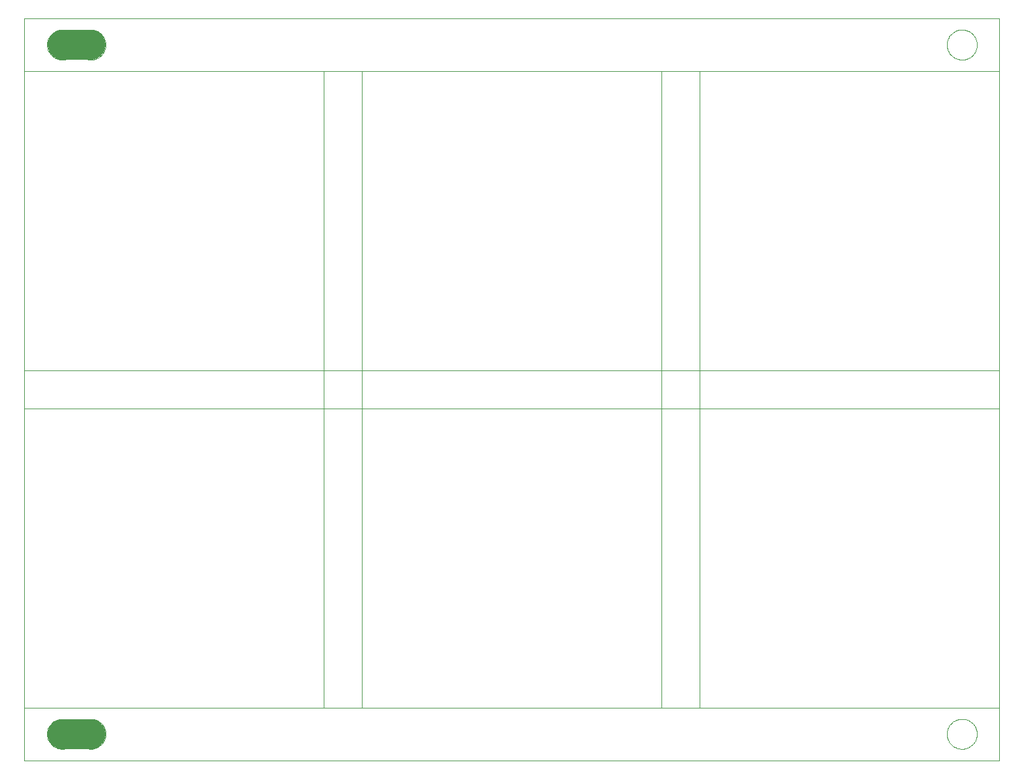
<source format=gbr>
G75*
%MOIN*%
%OFA0B0*%
%FSLAX24Y24*%
%IPPOS*%
%LPD*%
%AMOC8*
5,1,8,0,0,1.08239X$1,22.5*
%
%ADD10C,0.0010*%
%ADD11C,0.0000*%
%ADD12C,0.1575*%
D10*
X000233Y000105D02*
X000233Y002865D01*
X035633Y002865D01*
X035633Y018565D01*
X035633Y020565D01*
X035633Y036265D01*
X051333Y036265D01*
X051333Y020565D01*
X035633Y020565D01*
X033633Y020565D01*
X033633Y018565D01*
X035633Y018565D01*
X051333Y018565D01*
X051333Y020565D01*
X051333Y018565D02*
X051333Y002865D01*
X051333Y000105D01*
X000233Y000105D01*
X000233Y002865D02*
X000233Y018565D01*
X015933Y018565D01*
X015933Y020565D01*
X000233Y020565D01*
X000233Y018565D01*
X000233Y020565D02*
X000233Y036265D01*
X000233Y039025D01*
X000233Y036265D02*
X000233Y036265D01*
X015933Y036265D01*
X035633Y036265D01*
X033633Y036265D02*
X033633Y020565D01*
X017933Y020565D01*
X017933Y018575D01*
X017933Y018565D02*
X015933Y018565D01*
X015933Y002865D01*
X000233Y002865D01*
X017933Y002865D02*
X017933Y018565D01*
X033633Y018565D01*
X033633Y002865D01*
X017933Y002865D01*
X035633Y002865D02*
X051333Y002865D01*
X017933Y020565D02*
X015933Y020565D01*
X015933Y036265D01*
X017933Y036265D02*
X033633Y036265D01*
X017933Y036265D02*
X017933Y020565D01*
X051333Y036265D02*
X051333Y039025D01*
D11*
X000233Y039025D01*
X001416Y037645D02*
X001418Y037701D01*
X001424Y037756D01*
X001434Y037810D01*
X001447Y037864D01*
X001465Y037917D01*
X001486Y037968D01*
X001510Y038018D01*
X001538Y038066D01*
X001570Y038112D01*
X001604Y038156D01*
X001642Y038197D01*
X001682Y038235D01*
X001725Y038270D01*
X001770Y038302D01*
X001818Y038331D01*
X001867Y038357D01*
X001918Y038379D01*
X001970Y038397D01*
X002024Y038411D01*
X002079Y038422D01*
X002134Y038429D01*
X002189Y038432D01*
X002245Y038431D01*
X002300Y038426D01*
X002355Y038417D01*
X002409Y038405D01*
X002462Y038388D01*
X002514Y038368D01*
X002564Y038344D01*
X002612Y038317D01*
X002659Y038287D01*
X002703Y038253D01*
X002745Y038216D01*
X002783Y038176D01*
X002820Y038134D01*
X002853Y038089D01*
X002882Y038043D01*
X002909Y037994D01*
X002931Y037943D01*
X002951Y037891D01*
X002966Y037837D01*
X002978Y037783D01*
X002986Y037728D01*
X002990Y037673D01*
X002990Y037617D01*
X002986Y037562D01*
X002978Y037507D01*
X002966Y037453D01*
X002951Y037399D01*
X002931Y037347D01*
X002909Y037296D01*
X002882Y037247D01*
X002853Y037201D01*
X002820Y037156D01*
X002783Y037114D01*
X002745Y037074D01*
X002703Y037037D01*
X002659Y037003D01*
X002612Y036973D01*
X002564Y036946D01*
X002514Y036922D01*
X002462Y036902D01*
X002409Y036885D01*
X002355Y036873D01*
X002300Y036864D01*
X002245Y036859D01*
X002189Y036858D01*
X002134Y036861D01*
X002079Y036868D01*
X002024Y036879D01*
X001970Y036893D01*
X001918Y036911D01*
X001867Y036933D01*
X001818Y036959D01*
X001770Y036988D01*
X001725Y037020D01*
X001682Y037055D01*
X001642Y037093D01*
X001604Y037134D01*
X001570Y037178D01*
X001538Y037224D01*
X001510Y037272D01*
X001486Y037322D01*
X001465Y037373D01*
X001447Y037426D01*
X001434Y037480D01*
X001424Y037534D01*
X001418Y037589D01*
X001416Y037645D01*
X002912Y037645D02*
X002914Y037701D01*
X002920Y037756D01*
X002930Y037810D01*
X002943Y037864D01*
X002961Y037917D01*
X002982Y037968D01*
X003006Y038018D01*
X003034Y038066D01*
X003066Y038112D01*
X003100Y038156D01*
X003138Y038197D01*
X003178Y038235D01*
X003221Y038270D01*
X003266Y038302D01*
X003314Y038331D01*
X003363Y038357D01*
X003414Y038379D01*
X003466Y038397D01*
X003520Y038411D01*
X003575Y038422D01*
X003630Y038429D01*
X003685Y038432D01*
X003741Y038431D01*
X003796Y038426D01*
X003851Y038417D01*
X003905Y038405D01*
X003958Y038388D01*
X004010Y038368D01*
X004060Y038344D01*
X004108Y038317D01*
X004155Y038287D01*
X004199Y038253D01*
X004241Y038216D01*
X004279Y038176D01*
X004316Y038134D01*
X004349Y038089D01*
X004378Y038043D01*
X004405Y037994D01*
X004427Y037943D01*
X004447Y037891D01*
X004462Y037837D01*
X004474Y037783D01*
X004482Y037728D01*
X004486Y037673D01*
X004486Y037617D01*
X004482Y037562D01*
X004474Y037507D01*
X004462Y037453D01*
X004447Y037399D01*
X004427Y037347D01*
X004405Y037296D01*
X004378Y037247D01*
X004349Y037201D01*
X004316Y037156D01*
X004279Y037114D01*
X004241Y037074D01*
X004199Y037037D01*
X004155Y037003D01*
X004108Y036973D01*
X004060Y036946D01*
X004010Y036922D01*
X003958Y036902D01*
X003905Y036885D01*
X003851Y036873D01*
X003796Y036864D01*
X003741Y036859D01*
X003685Y036858D01*
X003630Y036861D01*
X003575Y036868D01*
X003520Y036879D01*
X003466Y036893D01*
X003414Y036911D01*
X003363Y036933D01*
X003314Y036959D01*
X003266Y036988D01*
X003221Y037020D01*
X003178Y037055D01*
X003138Y037093D01*
X003100Y037134D01*
X003066Y037178D01*
X003034Y037224D01*
X003006Y037272D01*
X002982Y037322D01*
X002961Y037373D01*
X002943Y037426D01*
X002930Y037480D01*
X002920Y037534D01*
X002914Y037589D01*
X002912Y037645D01*
X048577Y037645D02*
X048579Y037701D01*
X048585Y037756D01*
X048595Y037810D01*
X048608Y037864D01*
X048626Y037917D01*
X048647Y037968D01*
X048671Y038018D01*
X048699Y038066D01*
X048731Y038112D01*
X048765Y038156D01*
X048803Y038197D01*
X048843Y038235D01*
X048886Y038270D01*
X048931Y038302D01*
X048979Y038331D01*
X049028Y038357D01*
X049079Y038379D01*
X049131Y038397D01*
X049185Y038411D01*
X049240Y038422D01*
X049295Y038429D01*
X049350Y038432D01*
X049406Y038431D01*
X049461Y038426D01*
X049516Y038417D01*
X049570Y038405D01*
X049623Y038388D01*
X049675Y038368D01*
X049725Y038344D01*
X049773Y038317D01*
X049820Y038287D01*
X049864Y038253D01*
X049906Y038216D01*
X049944Y038176D01*
X049981Y038134D01*
X050014Y038089D01*
X050043Y038043D01*
X050070Y037994D01*
X050092Y037943D01*
X050112Y037891D01*
X050127Y037837D01*
X050139Y037783D01*
X050147Y037728D01*
X050151Y037673D01*
X050151Y037617D01*
X050147Y037562D01*
X050139Y037507D01*
X050127Y037453D01*
X050112Y037399D01*
X050092Y037347D01*
X050070Y037296D01*
X050043Y037247D01*
X050014Y037201D01*
X049981Y037156D01*
X049944Y037114D01*
X049906Y037074D01*
X049864Y037037D01*
X049820Y037003D01*
X049773Y036973D01*
X049725Y036946D01*
X049675Y036922D01*
X049623Y036902D01*
X049570Y036885D01*
X049516Y036873D01*
X049461Y036864D01*
X049406Y036859D01*
X049350Y036858D01*
X049295Y036861D01*
X049240Y036868D01*
X049185Y036879D01*
X049131Y036893D01*
X049079Y036911D01*
X049028Y036933D01*
X048979Y036959D01*
X048931Y036988D01*
X048886Y037020D01*
X048843Y037055D01*
X048803Y037093D01*
X048765Y037134D01*
X048731Y037178D01*
X048699Y037224D01*
X048671Y037272D01*
X048647Y037322D01*
X048626Y037373D01*
X048608Y037426D01*
X048595Y037480D01*
X048585Y037534D01*
X048579Y037589D01*
X048577Y037645D01*
X048577Y001489D02*
X048579Y001545D01*
X048585Y001600D01*
X048595Y001654D01*
X048608Y001708D01*
X048626Y001761D01*
X048647Y001812D01*
X048671Y001862D01*
X048699Y001910D01*
X048731Y001956D01*
X048765Y002000D01*
X048803Y002041D01*
X048843Y002079D01*
X048886Y002114D01*
X048931Y002146D01*
X048979Y002175D01*
X049028Y002201D01*
X049079Y002223D01*
X049131Y002241D01*
X049185Y002255D01*
X049240Y002266D01*
X049295Y002273D01*
X049350Y002276D01*
X049406Y002275D01*
X049461Y002270D01*
X049516Y002261D01*
X049570Y002249D01*
X049623Y002232D01*
X049675Y002212D01*
X049725Y002188D01*
X049773Y002161D01*
X049820Y002131D01*
X049864Y002097D01*
X049906Y002060D01*
X049944Y002020D01*
X049981Y001978D01*
X050014Y001933D01*
X050043Y001887D01*
X050070Y001838D01*
X050092Y001787D01*
X050112Y001735D01*
X050127Y001681D01*
X050139Y001627D01*
X050147Y001572D01*
X050151Y001517D01*
X050151Y001461D01*
X050147Y001406D01*
X050139Y001351D01*
X050127Y001297D01*
X050112Y001243D01*
X050092Y001191D01*
X050070Y001140D01*
X050043Y001091D01*
X050014Y001045D01*
X049981Y001000D01*
X049944Y000958D01*
X049906Y000918D01*
X049864Y000881D01*
X049820Y000847D01*
X049773Y000817D01*
X049725Y000790D01*
X049675Y000766D01*
X049623Y000746D01*
X049570Y000729D01*
X049516Y000717D01*
X049461Y000708D01*
X049406Y000703D01*
X049350Y000702D01*
X049295Y000705D01*
X049240Y000712D01*
X049185Y000723D01*
X049131Y000737D01*
X049079Y000755D01*
X049028Y000777D01*
X048979Y000803D01*
X048931Y000832D01*
X048886Y000864D01*
X048843Y000899D01*
X048803Y000937D01*
X048765Y000978D01*
X048731Y001022D01*
X048699Y001068D01*
X048671Y001116D01*
X048647Y001166D01*
X048626Y001217D01*
X048608Y001270D01*
X048595Y001324D01*
X048585Y001378D01*
X048579Y001433D01*
X048577Y001489D01*
X002912Y001489D02*
X002914Y001545D01*
X002920Y001600D01*
X002930Y001654D01*
X002943Y001708D01*
X002961Y001761D01*
X002982Y001812D01*
X003006Y001862D01*
X003034Y001910D01*
X003066Y001956D01*
X003100Y002000D01*
X003138Y002041D01*
X003178Y002079D01*
X003221Y002114D01*
X003266Y002146D01*
X003314Y002175D01*
X003363Y002201D01*
X003414Y002223D01*
X003466Y002241D01*
X003520Y002255D01*
X003575Y002266D01*
X003630Y002273D01*
X003685Y002276D01*
X003741Y002275D01*
X003796Y002270D01*
X003851Y002261D01*
X003905Y002249D01*
X003958Y002232D01*
X004010Y002212D01*
X004060Y002188D01*
X004108Y002161D01*
X004155Y002131D01*
X004199Y002097D01*
X004241Y002060D01*
X004279Y002020D01*
X004316Y001978D01*
X004349Y001933D01*
X004378Y001887D01*
X004405Y001838D01*
X004427Y001787D01*
X004447Y001735D01*
X004462Y001681D01*
X004474Y001627D01*
X004482Y001572D01*
X004486Y001517D01*
X004486Y001461D01*
X004482Y001406D01*
X004474Y001351D01*
X004462Y001297D01*
X004447Y001243D01*
X004427Y001191D01*
X004405Y001140D01*
X004378Y001091D01*
X004349Y001045D01*
X004316Y001000D01*
X004279Y000958D01*
X004241Y000918D01*
X004199Y000881D01*
X004155Y000847D01*
X004108Y000817D01*
X004060Y000790D01*
X004010Y000766D01*
X003958Y000746D01*
X003905Y000729D01*
X003851Y000717D01*
X003796Y000708D01*
X003741Y000703D01*
X003685Y000702D01*
X003630Y000705D01*
X003575Y000712D01*
X003520Y000723D01*
X003466Y000737D01*
X003414Y000755D01*
X003363Y000777D01*
X003314Y000803D01*
X003266Y000832D01*
X003221Y000864D01*
X003178Y000899D01*
X003138Y000937D01*
X003100Y000978D01*
X003066Y001022D01*
X003034Y001068D01*
X003006Y001116D01*
X002982Y001166D01*
X002961Y001217D01*
X002943Y001270D01*
X002930Y001324D01*
X002920Y001378D01*
X002914Y001433D01*
X002912Y001489D01*
X001416Y001489D02*
X001418Y001545D01*
X001424Y001600D01*
X001434Y001654D01*
X001447Y001708D01*
X001465Y001761D01*
X001486Y001812D01*
X001510Y001862D01*
X001538Y001910D01*
X001570Y001956D01*
X001604Y002000D01*
X001642Y002041D01*
X001682Y002079D01*
X001725Y002114D01*
X001770Y002146D01*
X001818Y002175D01*
X001867Y002201D01*
X001918Y002223D01*
X001970Y002241D01*
X002024Y002255D01*
X002079Y002266D01*
X002134Y002273D01*
X002189Y002276D01*
X002245Y002275D01*
X002300Y002270D01*
X002355Y002261D01*
X002409Y002249D01*
X002462Y002232D01*
X002514Y002212D01*
X002564Y002188D01*
X002612Y002161D01*
X002659Y002131D01*
X002703Y002097D01*
X002745Y002060D01*
X002783Y002020D01*
X002820Y001978D01*
X002853Y001933D01*
X002882Y001887D01*
X002909Y001838D01*
X002931Y001787D01*
X002951Y001735D01*
X002966Y001681D01*
X002978Y001627D01*
X002986Y001572D01*
X002990Y001517D01*
X002990Y001461D01*
X002986Y001406D01*
X002978Y001351D01*
X002966Y001297D01*
X002951Y001243D01*
X002931Y001191D01*
X002909Y001140D01*
X002882Y001091D01*
X002853Y001045D01*
X002820Y001000D01*
X002783Y000958D01*
X002745Y000918D01*
X002703Y000881D01*
X002659Y000847D01*
X002612Y000817D01*
X002564Y000790D01*
X002514Y000766D01*
X002462Y000746D01*
X002409Y000729D01*
X002355Y000717D01*
X002300Y000708D01*
X002245Y000703D01*
X002189Y000702D01*
X002134Y000705D01*
X002079Y000712D01*
X002024Y000723D01*
X001970Y000737D01*
X001918Y000755D01*
X001867Y000777D01*
X001818Y000803D01*
X001770Y000832D01*
X001725Y000864D01*
X001682Y000899D01*
X001642Y000937D01*
X001604Y000978D01*
X001570Y001022D01*
X001538Y001068D01*
X001510Y001116D01*
X001486Y001166D01*
X001465Y001217D01*
X001447Y001270D01*
X001434Y001324D01*
X001424Y001378D01*
X001418Y001433D01*
X001416Y001489D01*
D12*
X002203Y001489D02*
X003699Y001489D01*
X003699Y037645D02*
X002203Y037645D01*
M02*

</source>
